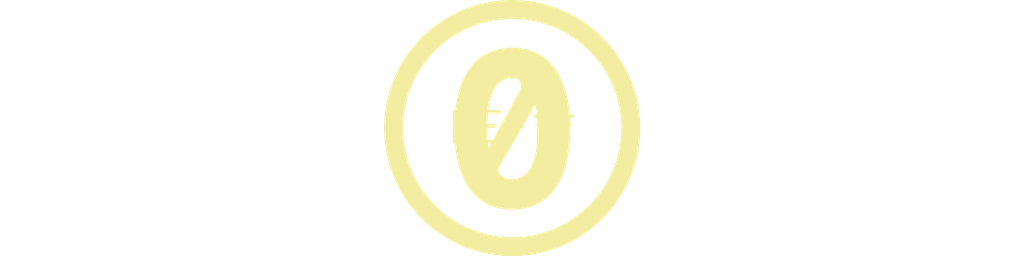
<source format=kicad_pcb>
(kicad_pcb (version 20240108) (generator pcbnew)
  (layers (0 "F.Cu" signal) (31 "B.Cu" signal) (34 "B.Paste" user) (35 "F.Paste" user) (36 "B.SilkS" user "B.Silkscreen") (37 "F.SilkS" user "F.Silkscreen") (38 "B.Mask" user) (39 "F.Mask" user) (44 "Edge.Cuts" user))
  (net 0 "")
  (footprint "Symbol_CC-PublicDomain_SilkScreenTop_Big" (layer "F.Cu") (at 0 0)
    (property "Reference" "REF**")
    (property "Value" "Symbol_CC-PublicDomain_SilkScreenTop_Big")
    (fp_circle (center 0 0) (end 5 0) (layer "F.SilkS") (stroke (width 0.8)) (fill none))
    (fp_poly (pts (xy 0.186559 -3.381824) (xy 0.357322 -3.366051) (xy 0.519859 -3.340238) (xy 0.674351 -3.304776) (xy 0.820973 -3.260054) (xy 0.959905 -3.206461) (xy 1.091325 -3.144387) (xy 1.21541 -3.074221) (xy 1.332339 -2.996353) (xy 1.442289 -2.911173) (xy 1.545439 -2.819071) (xy 1.641967 -2.720434) (xy 1.732051 -2.615654) (xy 1.815868 -2.50512) (xy 1.893598 -2.389222) (xy 1.965417 -2.268348) (xy 2.031504 -2.142888) (xy 2.092037 -2.013233) (xy 2.197154 -1.742893) (xy 2.282191 -1.460443) (xy 2.348572 -1.169) (xy 2.397723 -0.871681) (xy 2.431068 -0.571603) (xy 2.45003 -0.27188) (xy 2.456034 0.024369) (xy 2.45003 0.320649) (xy 2.431068 0.620394) (xy 2.397723 0.920489) (xy 2.348572 1.217817) (xy 2.282191 1.509263) (xy 2.242093 1.651807) (xy 2.197154 1.791712) (xy 2.147194 1.928589) (xy 2.092037 2.062048) (xy 2.031504 2.1917) (xy 1.965417 2.317155) (xy 1.893598 2.438025) (xy 1.815868 2.553918) (xy 1.732051 2.664447) (xy 1.641967 2.769221) (xy 1.545439 2.867852) (xy 1.442289 2.959949) (xy 1.332339 3.045123) (xy 1.21541 3.122985) (xy 1.091325 3.193145) (xy 0.959905 3.255215) (xy 0.820973 3.308803) (xy 0.674351 3.353522) (xy 0.519859 3.388981) (xy 0.357322 3.414791) (xy 0.186559 3.430562) (xy 0.007394 3.435906) (xy -0.171804 3.430562) (xy -0.342596 3.414791) (xy -0.505161 3.388981) (xy -0.659676 3.353522) (xy -0.80632 3.308803) (xy -0.945271 3.255215) (xy -1.076707 3.193145) (xy -1.200806 3.122985) (xy -1.317747 3.045123) (xy -1.427707 2.959949) (xy -1.530866 2.867852) (xy -1.6274 2.769221) (xy -1.717488 2.664447) (xy -1.801309 2.553918) (xy -1.87904 2.438025) (xy -1.95086 2.317156) (xy -2.016946 2.1917) (xy -2.077478 2.062048) (xy -2.182589 1.791712) (xy -2.183516 1.788633) (xy -0.571995 1.788633) (xy -0.571016 1.808968) (xy -0.568593 1.828648) (xy -0.564774 1.847683) (xy -0.559607 1.866084) (xy -0.553139 1.88386) (xy -0.545419 1.901022) (xy -0.536495 1.91758) (xy -0.526414 1.933544) (xy -0.515225 1.948925) (xy -0.502975 1.963732) (xy -0.489712 1.977975) (xy -0.475483 1.991665) (xy -0.460338 2.004813) (xy -0.444324 2.017427) (xy -0.427488 2.029519) (xy -0.409878 2.041098) (xy -0.391543 2.052175) (xy -0.352888 2.072863) (xy -0.311905 2.091664) (xy -0.304446 2.094529) (xy -0.296817 2.097295) (xy -0.289057 2.099965) (xy -0.281207 2.102545) (xy -0.265389 2.107447) (xy -0.249675 2.112037) (xy -0.24034 2.115304) (xy -0.231108 2.11845) (xy -0.221807 2.121491) (xy -0.212264 2.124446) (xy -0.186598 2.130367) (xy -0.160434 2.135492) (xy -0.133757 2.139822) (xy -0.106555 2.143361) (xy -0.078815 2.146109) (xy -0.050524 2.148069) (xy -0.021668 2.149243) (xy 0.007765 2.149634) (xy 0.099303 2.145495) (xy 0.185392 2.133342) (xy 0.2662 2.113576) (xy 0.341894 2.086596) (xy 0.412639 2.052801) (xy 0.478603 2.012592) (xy 0.539953 1.966367) (xy 0.596854 1.914527) (xy 0.649475 1.85747) (xy 0.697981 1.795596) (xy 0.742539 1.729306) (xy 0.783317 1.658997) (xy 0.82048 1.58507) (xy 0.854196 1.507925) (xy 0.911951 1.345576) (xy 0.957917 1.175146) (xy 0.993427 0.999833) (xy 1.019815 0.822831) (xy 1.038414 0.647338) (xy 1.050558 0.476549) (xy 1.057581 0.31366) (xy 1.061599 0.024369) (xy 1.058986 -0.19734) (xy 1.054851 -0.320397) (xy 1.048056 -0.449556) (xy 1.038024 -0.58329) (xy 1.024173 -0.720073) (xy 1.005926 -0.85838) (xy 0.982701 -0.996684) (xy -0.473778 1.518815) (xy -0.491841 1.547025) (xy -0.507934 1.574469) (xy -0.522104 1.601156) (xy -0.5344 1.627096) (xy -0.544868 1.652301) (xy -0.553558 1.676779) (xy -0.560516 1.700541) (xy -0.565791 1.723597) (xy -0.569431 1.745958) (xy -0.571483 1.767633) (xy -0.571995 1.788633) (xy -2.183516 1.788633) (xy -2.267619 1.509263) (xy -2.333992 1.217817) (xy -2.383134 0.920489) (xy -2.416471 0.620394) (xy -2.435428 0.320649) (xy -2.44143 0.024369) (xy -2.441426 0.024184) (xy -1.046811 0.024184) (xy -1.045289 0.203503) (xy -1.042885 0.301728) (xy -1.03894 0.404578) (xy -1.03312 0.51124) (xy -1.02509 0.620899) (xy -1.014516 0.732741) (xy -1.001065 0.845953) (xy 0.302061 -1.54879) (xy 0.314142 -1.57051) (xy 0.325051 -1.591845) (xy 0.334814 -1.612801) (xy 0.343452 -1.63338) (xy 0.350992 -1.653586) (xy 0.357456 -1.673423) (xy 0.36287 -1.692895) (xy 0.367257 -1.712005) (xy 0.370642 -1.730757) (xy 0.373048 -1.749154) (xy 0.3745 -1.767201) (xy 0.375022 -1.784901) (xy 0.374639 -1.802257) (xy 0.373374 -1.819273) (xy 0.371252 -1.835953) (xy 0.368296 -1.8523) (xy 0.364531 -1.868319) (xy 0.359982 -1.884013) (xy 0.354672 -1.899385) (xy 0.348625 -1.914439) (xy 0.341866 -1.929179) (xy 0.334419 -1.943609) (xy 0.326309 -1.957732) (xy 0.317558 -1.971552) (xy 0.308192 -1.985072) (xy 0.298234 -1.998296) (xy 0.287709 -2.011228) (xy 0.276641 -2.023871) (xy 0.252973 -2.048308) (xy 0.227422 -2.071634) (xy 0.201658 -2.077722) (xy 0.175462 -2.083287) (xy 0.148802 -2.08824) (xy 0.121645 -2.092492) (xy 0.093958 -2.095955) (xy 0.065709 -2.098538) (xy 0.036865 -2.100153) (xy 0.007394 -2.100711) (xy -0.084177 -2.096572) (xy -0.170298 -2.084421) (xy -0.251136 -2.064657) (xy -0.326857 -2.037681) (xy -0.397628 -2.003891) (xy -0.463616 -1.963687) (xy -0.524987 -1.917469) (xy -0.58191 -1.865635) (xy -0.634549 -1.808586) (xy -0.683072 -1.746722) (xy -0.727646 -1.68044) (xy -0.768438 -1.610142) (xy -0.805614 -1.536226) (xy -0.839342 -1.459092) (xy -0.897117 -1.296768) (xy -0.943098 -1.126366) (xy -0.978619 -0.951081) (xy -1.005015 -0.77411) (xy -1.02362 -0.598648) (xy -1.035767 -0.427892) (xy -1.042792 -0.265038) (xy -1.046811 0.024184) (xy -2.441426 0.024184) (xy -2.435426 -0.27188) (xy -2.416463 -0.571603) (xy -2.383118 -0.871681) (xy -2.333966 -1.169) (xy -2.267581 -1.460443) (xy -2.227482 -1.602987) (xy -2.18254 -1.742893) (xy -2.132578 -1.879771) (xy -2.077418 -2.013233) (xy -2.016881 -2.142888) (xy -1.95079 -2.268348) (xy -1.878966 -2.389222) (xy -1.801232 -2.50512) (xy -1.717408 -2.615654) (xy -1.627318 -2.720434) (xy -1.530783 -2.819071) (xy -1.427625 -2.911173) (xy -1.317666 -2.996353) (xy -1.200728 -3.074221) (xy -1.076633 -3.144387) (xy -0.945202 -3.206461) (xy -0.806258 -3.260054) (xy -0.659623 -3.304776) (xy -0.505118 -3.340238) (xy -0.342566 -3.366051) (xy -0.171787 -3.381824) (xy 0.007394 -3.387168)) (layer "F.SilkS") (fill solid))
  )
)
</source>
